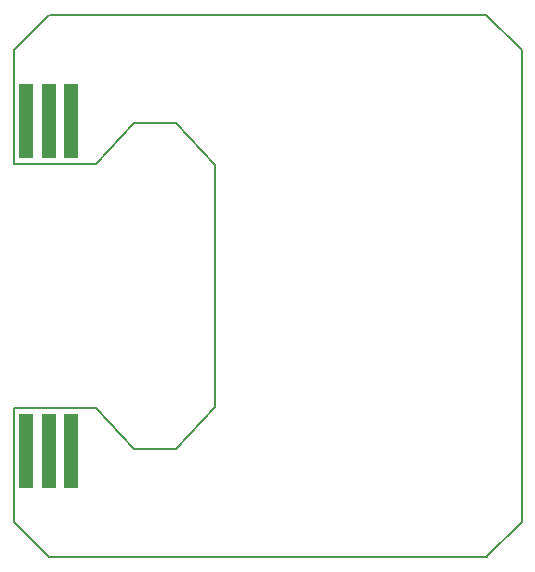
<source format=gbp>
G75*
%MOIN*%
%OFA0B0*%
%FSLAX25Y25*%
%IPPOS*%
%LPD*%
%AMOC8*
5,1,8,0,0,1.08239X$1,22.5*
%
%ADD10C,0.00600*%
%ADD11C,0.00500*%
%ADD12R,0.04800X0.25000*%
D10*
X0016911Y0016618D02*
X0005100Y0028429D01*
X0005100Y0066518D01*
X0032600Y0066518D01*
X0045100Y0052618D01*
X0059100Y0052618D01*
X0072100Y0066618D01*
X0072100Y0147539D01*
X0059100Y0161539D01*
X0045100Y0161539D01*
X0032600Y0147639D01*
X0005100Y0147639D01*
X0005100Y0185767D01*
X0016911Y0197578D01*
X0162580Y0197578D02*
X0174391Y0185767D01*
X0174391Y0028429D01*
X0162580Y0016618D01*
D11*
X0162726Y0016618D02*
X0017100Y0016618D01*
X0017100Y0197539D02*
X0162726Y0197539D01*
D12*
X0024300Y0162018D03*
X0016800Y0162018D03*
X0009300Y0162018D03*
X0009300Y0052018D03*
X0016800Y0052018D03*
X0024300Y0052018D03*
M02*

</source>
